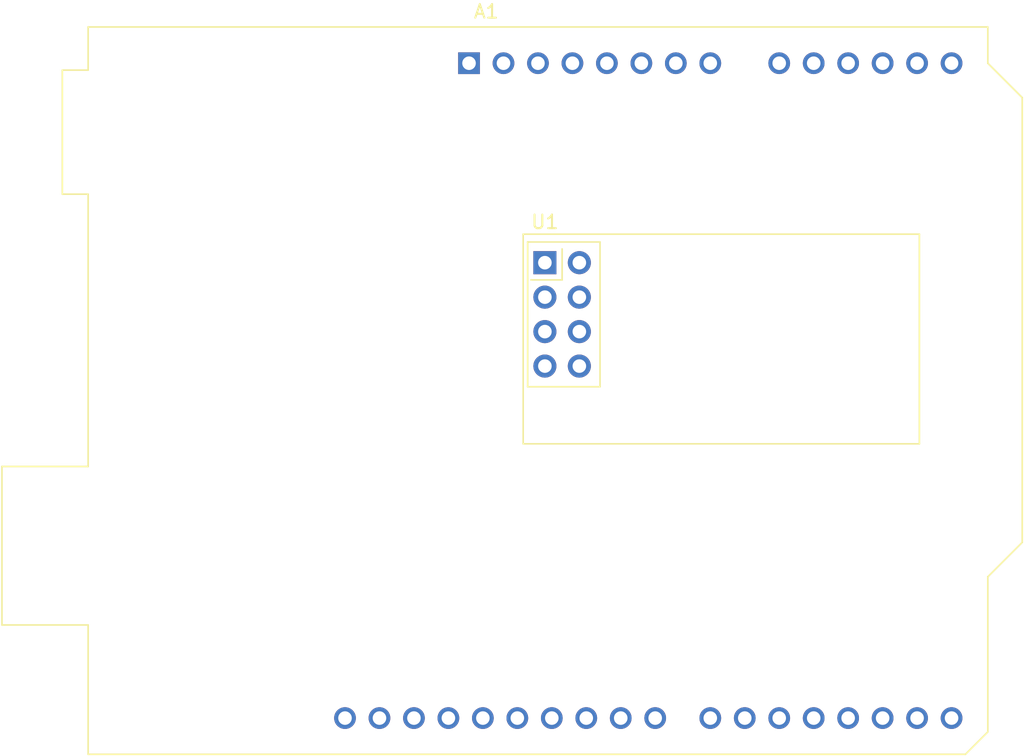
<source format=kicad_pcb>
(kicad_pcb (version 20211014) (generator pcbnew)
  (layers (0 "F.Cu" signal) (31 "B.Cu" signal) (34 "B.Paste" user) (35 "F.Paste" user) (36 "B.SilkS" user "B.Silkscreen") (37 "F.SilkS" user "F.Silkscreen") (38 "B.Mask" user) (39 "F.Mask" user) (44 "Edge.Cuts" user))
  (net 0 "")
  (net 1 "GND")
  (net 2 "Net-(A1-Pad4)")
  (net 3 "Net-(A1-Pad22)")
  (net 4 "Net-(A1-Pad23)")
  (net 5 "Net-(A1-Pad28)")
  (net 6 "Net-(A1-Pad27)")
  (net 7 "Net-(A1-Pad26)")
  (footprint "RF_Module:nRF24L01_Breakout" (layer "F.Cu") (at 149.56 78.195)
    (fp_text reference "U1" (at 0 -3) (layer "F.SilkS"))
    (fp_text value "NRF24L01_Breakout")
    (fp_line (start -1.6 -2.1) (end 27.6 -2.1) (layer "F.SilkS") (width 0.12))
    (fp_line (start -1.27 -1.524) (end 4.064 -1.524) (layer "F.SilkS") (width 0.12))
    (fp_line (start -1.27 9.144) (end -1.27 -1.524) (layer "F.SilkS") (width 0.12))
    (fp_line (start 4.064 -1.524) (end 4.064 9.144) (layer "F.SilkS") (width 0.12))
    (fp_line (start -1.6 13.35) (end -1.6 -2.1) (layer "F.SilkS") (width 0.12))
    (fp_line (start -1.27 -1.524) (end -1.27 -1.524) (layer "F.SilkS") (width 0.12))
    (fp_line (start 4.064 9.144) (end -1.27 9.144) (layer "F.SilkS") (width 0.12))
    (fp_line (start -1.6 -2.1) (end -1.6 -2.1) (layer "F.SilkS") (width 0.12))
    (fp_line (start 1.27 -1.016) (end 1.27 1.27) (layer "F.SilkS") (width 0.12))
    (fp_line (start -1.27 9.144) (end -1.27 9.144) (layer "F.SilkS") (width 0.12))
    (fp_line (start -1.016 1.27) (end -1.016 1.27) (layer "F.SilkS") (width 0.12))
    (fp_line (start 27.6 -2.1) (end 27.6 13.35) (layer "F.SilkS") (width 0.12))
    (fp_line (start 1.27 1.27) (end -1.016 1.27) (layer "F.SilkS") (width 0.12))
    (fp_line (start 27.6 13.35) (end -1.6 13.35) (layer "F.SilkS") (width 0.12))
    (pad "1" thru_hole rect (at 0 0) (size 1.7 1.7) (drill 1) (layers *.Cu *.Mask) (net 1 "GND"))
    (pad "2" thru_hole circle (at 2.54 0) (size 1.7 1.7) (drill 1) (layers *.Cu *.Mask) (net 2 "Net-(A1-Pad4)"))
    (pad "3" thru_hole circle (at 0 2.54) (size 1.7 1.7) (drill 1) (layers *.Cu *.Mask) (net 3 "Net-(A1-Pad22)"))
    (pad "4" thru_hole circle (at 2.54 2.54) (size 1.7 1.7) (drill 1) (layers *.Cu *.Mask) (net 4 "Net-(A1-Pad23)"))
    (pad "5" thru_hole circle (at 0 5.08) (size 1.7 1.7) (drill 1) (layers *.Cu *.Mask) (net 5 "Net-(A1-Pad28)"))
    (pad "6" thru_hole circle (at 2.54 5.08) (size 1.7 1.7) (drill 1) (layers *.Cu *.Mask) (net 6 "Net-(A1-Pad27)"))
    (pad "7" thru_hole circle (at 0 7.62) (size 1.7 1.7) (drill 1) (layers *.Cu *.Mask) (net 7 "Net-(A1-Pad26)"))
    (pad "8" thru_hole circle (at 2.54 7.62) (size 1.7 1.7) (drill 1) (layers *.Cu *.Mask))
  )
  (footprint "Module:Arduino_UNO_R3" (layer "F.Cu") (at 143.97 63.495)
    (fp_text reference "A1" (at 1.27 -3.81 180) (layer "F.SilkS"))
    (fp_text value "Arduino_UNO_R3")
    (fp_line (start -28.07 50.93) (end 36.58 50.93) (layer "F.SilkS") (width 0.12))
    (fp_line (start -28.07 9.65) (end -28.07 29.72) (layer "F.SilkS") (width 0.12))
    (fp_line (start -28.07 29.72) (end -34.42 29.72) (layer "F.SilkS") (width 0.12))
    (fp_line (start -28.07 0.51) (end -29.97 0.51) (layer "F.SilkS") (width 0.12))
    (fp_line (start 40.77 35.31) (end 40.77 2.54) (layer "F.SilkS") (width 0.12))
    (fp_line (start -34.42 41.4) (end -28.07 41.4) (layer "F.SilkS") (width 0.12))
    (fp_line (start 38.23 37.85) (end 40.77 35.31) (layer "F.SilkS") (width 0.12))
    (fp_line (start 38.23 0) (end 38.23 -2.67) (layer "F.SilkS") (width 0.12))
    (fp_line (start 40.77 2.54) (end 38.23 0) (layer "F.SilkS") (width 0.12))
    (fp_line (start -29.97 0.51) (end -29.97 9.65) (layer "F.SilkS") (width 0.12))
    (fp_line (start 38.23 -2.67) (end -28.07 -2.67) (layer "F.SilkS") (width 0.12))
    (fp_line (start -29.97 9.65) (end -28.07 9.65) (layer "F.SilkS") (width 0.12))
    (fp_line (start 36.58 50.93) (end 38.23 49.28) (layer "F.SilkS") (width 0.12))
    (fp_line (start -28.07 41.4) (end -28.07 50.93) (layer "F.SilkS") (width 0.12))
    (fp_line (start -34.42 29.72) (end -34.42 41.4) (layer "F.SilkS") (width 0.12))
    (fp_line (start -28.07 -2.67) (end -28.07 0.51) (layer "F.SilkS") (width 0.12))
    (fp_line (start 38.23 49.28) (end 38.23 37.85) (layer "F.SilkS") (width 0.12))
    (pad "1" thru_hole rect (at 0 0 90) (size 1.6 1.6) (drill 1) (layers *.Cu *.Mask))
    (pad "2" thru_hole oval (at 2.54 0 90) (size 1.6 1.6) (drill 1) (layers *.Cu *.Mask))
    (pad "3" thru_hole oval (at 5.08 0 90) (size 1.6 1.6) (drill 1) (layers *.Cu *.Mask))
    (pad "4" thru_hole oval (at 7.62 0 90) (size 1.6 1.6) (drill 1) (layers *.Cu *.Mask) (net 2 "Net-(A1-Pad4)"))
    (pad "5" thru_hole oval (at 10.16 0 90) (size 1.6 1.6) (drill 1) (layers *.Cu *.Mask))
    (pad "6" thru_hole oval (at 12.7 0 90) (size 1.6 1.6) (drill 1) (layers *.Cu *.Mask) (net 1 "GND"))
    (pad "7" thru_hole oval (at 15.24 0 90) (size 1.6 1.6) (drill 1) (layers *.Cu *.Mask))
    (pad "8" thru_hole oval (at 17.78 0 90) (size 1.6 1.6) (drill 1) (layers *.Cu *.Mask))
    (pad "9" thru_hole oval (at 22.86 0 90) (size 1.6 1.6) (drill 1) (layers *.Cu *.Mask))
    (pad "10" thru_hole oval (at 25.4 0 90) (size 1.6 1.6) (drill 1) (layers *.Cu *.Mask))
    (pad "11" thru_hole oval (at 27.94 0 90) (size 1.6 1.6) (drill 1) (layers *.Cu *.Mask))
    (pad "12" thru_hole oval (at 30.48 0 90) (size 1.6 1.6) (drill 1) (layers *.Cu *.Mask))
    (pad "13" thru_hole oval (at 33.02 0 90) (size 1.6 1.6) (drill 1) (layers *.Cu *.Mask))
    (pad "14" thru_hole oval (at 35.56 0 90) (size 1.6 1.6) (drill 1) (layers *.Cu *.Mask))
    (pad "15" thru_hole oval (at 35.56 48.26 90) (size 1.6 1.6) (drill 1) (layers *.Cu *.Mask))
    (pad "16" thru_hole oval (at 33.02 48.26 90) (size 1.6 1.6) (drill 1) (layers *.Cu *.Mask))
    (pad "17" thru_hole oval (at 30.48 48.26 90) (size 1.6 1.6) (drill 1) (layers *.Cu *.Mask))
    (pad "18" thru_hole oval (at 27.94 48.26 90) (size 1.6 1.6) (drill 1) (layers *.Cu *.Mask))
    (pad "19" thru_hole oval (at 25.4 48.26 90) (size 1.6 1.6) (drill 1) (layers *.Cu *.Mask))
    (pad "20" thru_hole oval (at 22.86 48.26 90) (size 1.6 1.6) (drill 1) (layers *.Cu *.Mask))
    (pad "21" thru_hole oval (at 20.32 48.26 90) (size 1.6 1.6) (drill 1) (layers *.Cu *.Mask))
    (pad "22" thru_hole oval (at 17.78 48.26 90) (size 1.6 1.6) (drill 1) (layers *.Cu *.Mask) (net 3 "Net-(A1-Pad22)"))
    (pad "23" thru_hole oval (at 13.72 48.26 90) (size 1.6 1.6) (drill 1) (layers *.Cu *.Mask) (net 4 "Net-(A1-Pad23)"))
    (pad "24" thru_hole oval (at 11.18 48.26 90) (size 1.6 1.6) (drill 1) (layers *.Cu *.Mask))
    (pad "25" thru_hole oval (at 8.64 48.26 90) (size 1.6 1.6) (drill 1) (layers *.Cu *.Mask))
    (pad "26" thru_hole oval (at 6.1 48.26 90) (size 1.6 1.6) (drill 1) (layers *.Cu *.Mask) (net 7 "Net-(A1-Pad26)"))
    (pad "27" thru_hole oval (at 3.56 48.26 90) (size 1.6 1.6) (drill 1) (layers *.Cu *.Mask) (net 6 "Net-(A1-Pad27)"))
    (pad "28" thru_hole oval (at 1.02 48.26 90) (size 1.6 1.6) (drill 1) (layers *.Cu *.Mask) (net 5 "Net-(A1-Pad28)"))
    (pad "29" thru_hole oval (at -1.52 48.26 90) (size 1.6 1.6) (drill 1) (layers *.Cu *.Mask))
    (pad "30" thru_hole oval (at -4.06 48.26 90) (size 1.6 1.6) (drill 1) (layers *.Cu *.Mask))
    (pad "31" thru_hole oval (at -6.6 48.26 90) (size 1.6 1.6) (drill 1) (layers *.Cu *.Mask))
    (pad "32" thru_hole oval (at -9.14 48.26 90) (size 1.6 1.6) (drill 1) (layers *.Cu *.Mask))
  )
)
</source>
